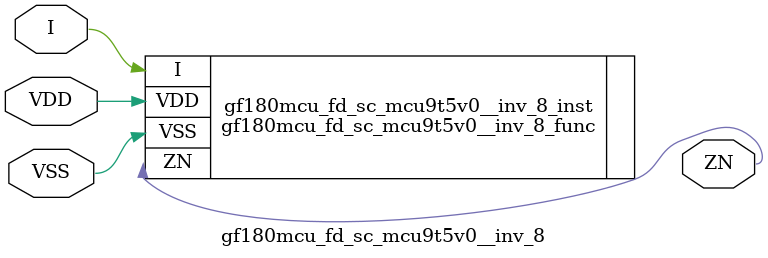
<source format=v>

module gf180mcu_fd_sc_mcu9t5v0__inv_8( I, ZN, VDD, VSS );
input I;
inout VDD, VSS;
output ZN;

   `ifdef FUNCTIONAL  //  functional //

	gf180mcu_fd_sc_mcu9t5v0__inv_8_func gf180mcu_fd_sc_mcu9t5v0__inv_8_behav_inst(.I(I),.ZN(ZN),.VDD(VDD),.VSS(VSS));

   `else

	gf180mcu_fd_sc_mcu9t5v0__inv_8_func gf180mcu_fd_sc_mcu9t5v0__inv_8_inst(.I(I),.ZN(ZN),.VDD(VDD),.VSS(VSS));

	// spec_gates_begin


	// spec_gates_end



   specify

	// specify_block_begin

	// comb arc I --> ZN
	 (I => ZN) = (1.0,1.0);

	// specify_block_end

   endspecify

   `endif

endmodule

</source>
